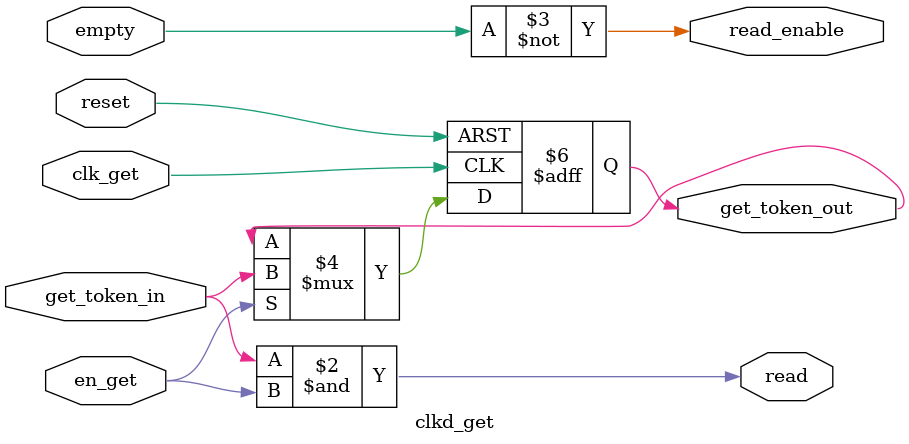
<source format=v>


////////////////////////////////////////////////////////////////////////////////////
//                                                                                //
// reset >------------------------.                                               //
//                            ____|_____                                          //
//                           | RST/SET | (STAGE=0 ? SET : RST)                    //
// clk_get >-----------------|CLK  __  |                                          //
//                           |    ^    |                                          //
// get_token_in >----+-------|D __|   Q|-------> get_token_out                    //
//                   |       |         |                                          //
//                   |       |___EN____|                                          //
//                   |            |    ____                                       //
// en_get >----------|------------+---|    \                                      //
//                   |                | AND )----------> read                     //
//                   +----------------|____/                                      //             
//                   |                 ____                                       //
//                   '----------------|    \                                      //
//                                    | AND )----> read_enable                    //
// empty >---------------------------O|____/                                      //
//                                                                                //
////////////////////////////////////////////////////////////////////////////////////

module clkd_get
  #( parameter  STAGE = 0    )  // stage index
   ( input      reset        ,  // global reset
     input      clk_get      ,  // clock for receiver domain
     input      en_get       ,  // enable get
     output     read_enable  ,  // enable reading
     input      get_token_in ,  // get token ring in
     output reg get_token_out,  // get token ring out
     output     read         ,  // read indicator to current stage
     input      empty        ); // current stage is full

  // flop to hold token state
  always@(posedge clk_get or posedge reset)
    if (reset)
      if (STAGE == 0) get_token_out <= 1'b1;
      else            get_token_out <= 1'b0;
    else if (en_get)
      get_token_out <= get_token_in;
  
  // assign outputs
  assign read        = get_token_in & en_get;

//ameer-july2016
//assign read_enable = get_token_in & ~empty;
  assign read_enable =                ~empty;

endmodule // clkd_get


</source>
